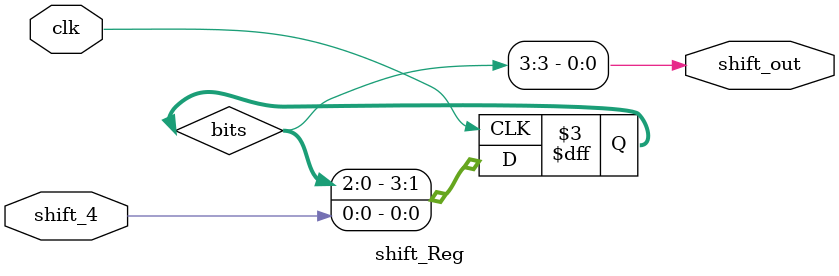
<source format=v>
module shift_Reg(input shift_4,input clk,output shift_out);
reg [3:0] bits;
assign shift_out = bits[3];
always @(posedge clk) 
  begin
  bits <= bits << 1;
  bits[0] <= shift_4;
  end
 endmodule
 
</source>
